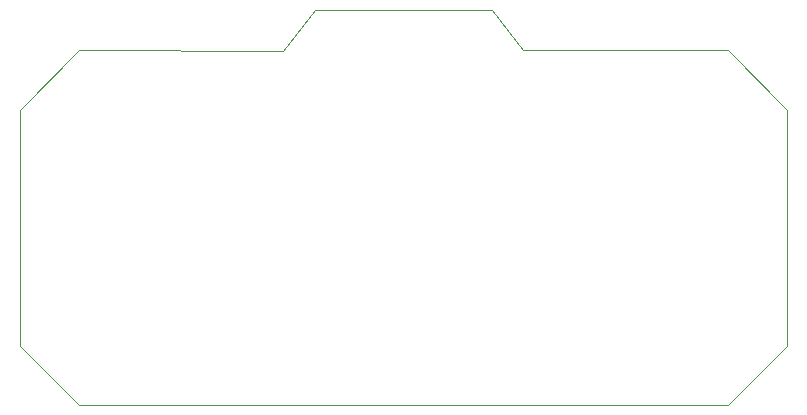
<source format=gm1>
G04 #@! TF.GenerationSoftware,KiCad,Pcbnew,8.0.5*
G04 #@! TF.CreationDate,2024-09-26T10:19:01+02:00*
G04 #@! TF.ProjectId,BL-R8812AF1 2x mount,424c2d52-3838-4313-9241-463120327820,rev?*
G04 #@! TF.SameCoordinates,Original*
G04 #@! TF.FileFunction,Profile,NP*
%FSLAX46Y46*%
G04 Gerber Fmt 4.6, Leading zero omitted, Abs format (unit mm)*
G04 Created by KiCad (PCBNEW 8.0.5) date 2024-09-26 10:19:01*
%MOMM*%
%LPD*%
G01*
G04 APERTURE LIST*
G04 #@! TA.AperFunction,Profile*
%ADD10C,0.050000*%
G04 #@! TD*
G04 APERTURE END LIST*
D10*
X134500000Y-70485000D02*
X137160000Y-73900000D01*
X119500000Y-70485000D02*
X116840000Y-73914000D01*
X99500000Y-73900000D02*
X116840000Y-73914000D01*
X119500000Y-70485000D02*
X134500000Y-70485000D01*
X154500000Y-73900000D02*
X159500000Y-78900000D01*
X154500000Y-103900000D02*
X159500000Y-98900000D01*
X94500000Y-98900000D02*
X99500000Y-103900000D01*
X94500000Y-78900000D02*
X99500000Y-73900000D01*
X99500000Y-103900000D02*
X154500000Y-103900000D01*
X94500000Y-78900000D02*
X94500000Y-98900000D01*
X159500000Y-78900000D02*
X159500000Y-98900000D01*
X137160000Y-73900000D02*
X154500000Y-73900000D01*
M02*

</source>
